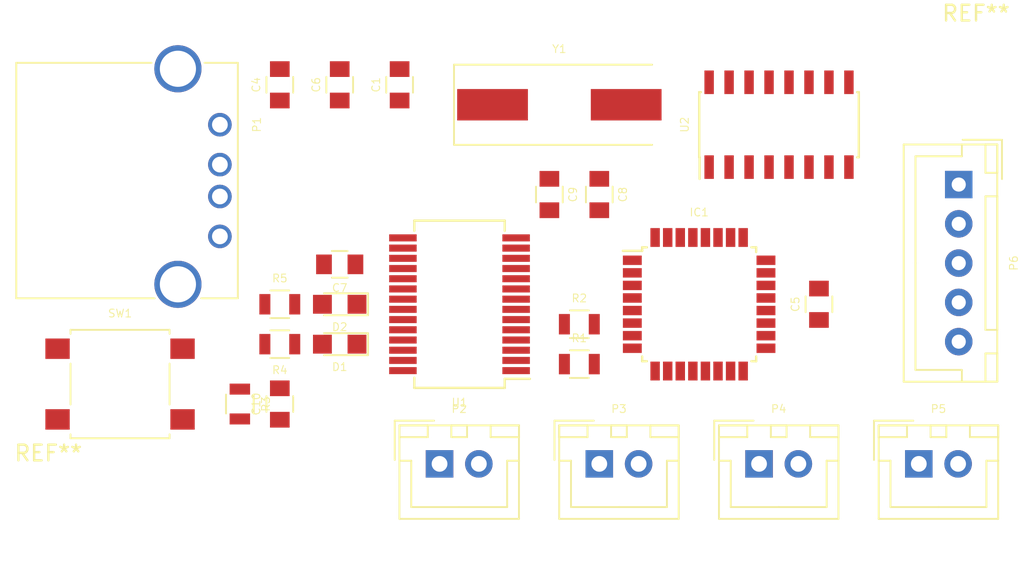
<source format=kicad_pcb>
(kicad_pcb (version 4) (host pcbnew 4.0.5)

  (general
    (links 70)
    (no_connects 70)
    (area 27.724999 26.225 93.275001 63.875)
    (thickness 1.6)
    (drawings 0)
    (tracks 0)
    (zones 0)
    (modules 28)
    (nets 31)
  )

  (page A4)
  (layers
    (0 F.Cu signal)
    (31 B.Cu signal)
    (32 B.Adhes user)
    (33 F.Adhes user)
    (34 B.Paste user)
    (35 F.Paste user)
    (36 B.SilkS user)
    (37 F.SilkS user)
    (38 B.Mask user)
    (39 F.Mask user)
    (40 Dwgs.User user)
    (41 Cmts.User user)
    (42 Eco1.User user)
    (43 Eco2.User user)
    (44 Edge.Cuts user)
    (45 Margin user)
    (46 B.CrtYd user hide)
    (47 F.CrtYd user)
    (48 B.Fab user)
    (49 F.Fab user hide)
  )

  (setup
    (last_trace_width 0.25)
    (trace_clearance 0.2)
    (zone_clearance 0.508)
    (zone_45_only no)
    (trace_min 0.2)
    (segment_width 0.2)
    (edge_width 0.15)
    (via_size 0.6)
    (via_drill 0.4)
    (via_min_size 0.4)
    (via_min_drill 0.3)
    (uvia_size 0.3)
    (uvia_drill 0.1)
    (uvias_allowed no)
    (uvia_min_size 0.2)
    (uvia_min_drill 0.1)
    (pcb_text_width 0.3)
    (pcb_text_size 1.5 1.5)
    (mod_edge_width 0.15)
    (mod_text_size 0.5 0.5)
    (mod_text_width 0.0625)
    (pad_size 1.524 1.524)
    (pad_drill 0.762)
    (pad_to_mask_clearance 0.2)
    (aux_axis_origin 0 0)
    (visible_elements 7FFFFFFF)
    (pcbplotparams
      (layerselection 0x00030_80000001)
      (usegerberextensions false)
      (excludeedgelayer true)
      (linewidth 0.100000)
      (plotframeref false)
      (viasonmask false)
      (mode 1)
      (useauxorigin false)
      (hpglpennumber 1)
      (hpglpenspeed 20)
      (hpglpendiameter 15)
      (hpglpenoverlay 2)
      (psnegative false)
      (psa4output false)
      (plotreference true)
      (plotvalue true)
      (plotinvisibletext false)
      (padsonsilk false)
      (subtractmaskfromsilk false)
      (outputformat 1)
      (mirror false)
      (drillshape 1)
      (scaleselection 1)
      (outputdirectory ""))
  )

  (net 0 "")
  (net 1 +5V)
  (net 2 GND)
  (net 3 "Net-(C5-Pad1)")
  (net 4 +3V3)
  (net 5 "Net-(C8-Pad2)")
  (net 6 "Net-(C9-Pad2)")
  (net 7 RESET)
  (net 8 "Net-(C10-Pad2)")
  (net 9 "Net-(D1-Pad2)")
  (net 10 "Net-(D1-Pad1)")
  (net 11 "Net-(D2-Pad2)")
  (net 12 "Net-(D2-Pad1)")
  (net 13 LASER_1)
  (net 14 LASER_2)
  (net 15 LASER_3)
  (net 16 LASER_4)
  (net 17 TX)
  (net 18 RX)
  (net 19 USBDP)
  (net 20 USBDM)
  (net 21 "Net-(P6-Pad1)")
  (net 22 "Net-(P6-Pad2)")
  (net 23 "Net-(P6-Pad3)")
  (net 24 "Net-(P6-Pad4)")
  (net 25 "Net-(R1-Pad1)")
  (net 26 "Net-(R2-Pad1)")
  (net 27 MC4)
  (net 28 MC3)
  (net 29 MC2)
  (net 30 MC1)

  (net_class Default "Ceci est la Netclass par défaut"
    (clearance 0.2)
    (trace_width 0.25)
    (via_dia 0.6)
    (via_drill 0.4)
    (uvia_dia 0.3)
    (uvia_drill 0.1)
    (add_net +3V3)
    (add_net +5V)
    (add_net GND)
    (add_net LASER_1)
    (add_net LASER_2)
    (add_net LASER_3)
    (add_net LASER_4)
    (add_net MC1)
    (add_net MC2)
    (add_net MC3)
    (add_net MC4)
    (add_net "Net-(C10-Pad2)")
    (add_net "Net-(C5-Pad1)")
    (add_net "Net-(C8-Pad2)")
    (add_net "Net-(C9-Pad2)")
    (add_net "Net-(D1-Pad1)")
    (add_net "Net-(D1-Pad2)")
    (add_net "Net-(D2-Pad1)")
    (add_net "Net-(D2-Pad2)")
    (add_net "Net-(P6-Pad1)")
    (add_net "Net-(P6-Pad2)")
    (add_net "Net-(P6-Pad3)")
    (add_net "Net-(P6-Pad4)")
    (add_net "Net-(R1-Pad1)")
    (add_net "Net-(R2-Pad1)")
    (add_net RESET)
    (add_net RX)
    (add_net TX)
    (add_net USBDM)
    (add_net USBDP)
  )

  (module Mounting_Holes:MountingHole_3.2mm_M3_DIN965 (layer F.Cu) (tedit 58D011B3) (tstamp 58D00013)
    (at 90 31)
    (descr "Mounting Hole 3.2mm, no annular, M3, DIN965")
    (tags "mounting hole 3.2mm no annular m3 din965")
    (fp_text reference REF** (at 0 -3.8) (layer F.SilkS)
      (effects (font (size 1 1) (thickness 0.15)))
    )
    (fp_text value M3 (at 0 3.8) (layer F.Fab)
      (effects (font (size 1 1) (thickness 0.15)))
    )
    (fp_circle (center 0 0) (end 2.8 0) (layer Cmts.User) (width 0.15))
    (fp_circle (center 0 0) (end 3.05 0) (layer F.CrtYd) (width 0.05))
    (pad 1 np_thru_hole circle (at 0 0) (size 3.2 3.2) (drill 3.2) (layers *.Cu *.Mask))
  )

  (module Capacitors_SMD:C_0805 placed (layer F.Cu) (tedit 58AA8463) (tstamp 58C5B87F)
    (at 53.34 31.75 90)
    (descr "Capacitor SMD 0805, reflow soldering, AVX (see smccp.pdf)")
    (tags "capacitor 0805")
    (path /58C45C54)
    (attr smd)
    (fp_text reference C1 (at 0 -1.5 90) (layer F.SilkS)
      (effects (font (size 0.5 0.5) (thickness 0.0625)))
    )
    (fp_text value 100nF (at 0 1.75 90) (layer F.Fab)
      (effects (font (size 0.5 0.5) (thickness 0.0625)))
    )
    (fp_text user %R (at 0 -1.5 90) (layer F.Fab)
      (effects (font (size 1 1) (thickness 0.15)))
    )
    (fp_line (start -1 0.62) (end -1 -0.62) (layer F.Fab) (width 0.1))
    (fp_line (start 1 0.62) (end -1 0.62) (layer F.Fab) (width 0.1))
    (fp_line (start 1 -0.62) (end 1 0.62) (layer F.Fab) (width 0.1))
    (fp_line (start -1 -0.62) (end 1 -0.62) (layer F.Fab) (width 0.1))
    (fp_line (start 0.5 -0.85) (end -0.5 -0.85) (layer F.SilkS) (width 0.12))
    (fp_line (start -0.5 0.85) (end 0.5 0.85) (layer F.SilkS) (width 0.12))
    (fp_line (start -1.75 -0.88) (end 1.75 -0.88) (layer F.CrtYd) (width 0.05))
    (fp_line (start -1.75 -0.88) (end -1.75 0.87) (layer F.CrtYd) (width 0.05))
    (fp_line (start 1.75 0.87) (end 1.75 -0.88) (layer F.CrtYd) (width 0.05))
    (fp_line (start 1.75 0.87) (end -1.75 0.87) (layer F.CrtYd) (width 0.05))
    (pad 1 smd rect (at -1 0 90) (size 1 1.25) (layers F.Cu F.Paste F.Mask)
      (net 1 +5V))
    (pad 2 smd rect (at 1 0 90) (size 1 1.25) (layers F.Cu F.Paste F.Mask)
      (net 2 GND))
    (model Capacitors_SMD.3dshapes/C_0805.wrl
      (at (xyz 0 0 0))
      (scale (xyz 1 1 1))
      (rotate (xyz 0 0 0))
    )
  )

  (module Capacitors_SMD:C_0805 placed (layer F.Cu) (tedit 58AA8463) (tstamp 58C5B891)
    (at 45.72 31.75 90)
    (descr "Capacitor SMD 0805, reflow soldering, AVX (see smccp.pdf)")
    (tags "capacitor 0805")
    (path /58C45D3F)
    (attr smd)
    (fp_text reference C4 (at 0 -1.5 90) (layer F.SilkS)
      (effects (font (size 0.5 0.5) (thickness 0.0625)))
    )
    (fp_text value 4.7uF (at 0 1.75 90) (layer F.Fab)
      (effects (font (size 0.5 0.5) (thickness 0.0625)))
    )
    (fp_text user %R (at 0 -1.5 90) (layer F.Fab)
      (effects (font (size 1 1) (thickness 0.15)))
    )
    (fp_line (start -1 0.62) (end -1 -0.62) (layer F.Fab) (width 0.1))
    (fp_line (start 1 0.62) (end -1 0.62) (layer F.Fab) (width 0.1))
    (fp_line (start 1 -0.62) (end 1 0.62) (layer F.Fab) (width 0.1))
    (fp_line (start -1 -0.62) (end 1 -0.62) (layer F.Fab) (width 0.1))
    (fp_line (start 0.5 -0.85) (end -0.5 -0.85) (layer F.SilkS) (width 0.12))
    (fp_line (start -0.5 0.85) (end 0.5 0.85) (layer F.SilkS) (width 0.12))
    (fp_line (start -1.75 -0.88) (end 1.75 -0.88) (layer F.CrtYd) (width 0.05))
    (fp_line (start -1.75 -0.88) (end -1.75 0.87) (layer F.CrtYd) (width 0.05))
    (fp_line (start 1.75 0.87) (end 1.75 -0.88) (layer F.CrtYd) (width 0.05))
    (fp_line (start 1.75 0.87) (end -1.75 0.87) (layer F.CrtYd) (width 0.05))
    (pad 1 smd rect (at -1 0 90) (size 1 1.25) (layers F.Cu F.Paste F.Mask)
      (net 1 +5V))
    (pad 2 smd rect (at 1 0 90) (size 1 1.25) (layers F.Cu F.Paste F.Mask)
      (net 2 GND))
    (model Capacitors_SMD.3dshapes/C_0805.wrl
      (at (xyz 0 0 0))
      (scale (xyz 1 1 1))
      (rotate (xyz 0 0 0))
    )
  )

  (module Capacitors_SMD:C_0805 placed (layer F.Cu) (tedit 58AA8463) (tstamp 58C5B897)
    (at 80.01 45.72 90)
    (descr "Capacitor SMD 0805, reflow soldering, AVX (see smccp.pdf)")
    (tags "capacitor 0805")
    (path /58C54167)
    (attr smd)
    (fp_text reference C5 (at 0 -1.5 90) (layer F.SilkS)
      (effects (font (size 0.5 0.5) (thickness 0.0625)))
    )
    (fp_text value 0.1uF (at 0 1.75 90) (layer F.Fab)
      (effects (font (size 0.5 0.5) (thickness 0.0625)))
    )
    (fp_text user %R (at 0 -1.5 90) (layer F.Fab)
      (effects (font (size 1 1) (thickness 0.15)))
    )
    (fp_line (start -1 0.62) (end -1 -0.62) (layer F.Fab) (width 0.1))
    (fp_line (start 1 0.62) (end -1 0.62) (layer F.Fab) (width 0.1))
    (fp_line (start 1 -0.62) (end 1 0.62) (layer F.Fab) (width 0.1))
    (fp_line (start -1 -0.62) (end 1 -0.62) (layer F.Fab) (width 0.1))
    (fp_line (start 0.5 -0.85) (end -0.5 -0.85) (layer F.SilkS) (width 0.12))
    (fp_line (start -0.5 0.85) (end 0.5 0.85) (layer F.SilkS) (width 0.12))
    (fp_line (start -1.75 -0.88) (end 1.75 -0.88) (layer F.CrtYd) (width 0.05))
    (fp_line (start -1.75 -0.88) (end -1.75 0.87) (layer F.CrtYd) (width 0.05))
    (fp_line (start 1.75 0.87) (end 1.75 -0.88) (layer F.CrtYd) (width 0.05))
    (fp_line (start 1.75 0.87) (end -1.75 0.87) (layer F.CrtYd) (width 0.05))
    (pad 1 smd rect (at -1 0 90) (size 1 1.25) (layers F.Cu F.Paste F.Mask)
      (net 3 "Net-(C5-Pad1)"))
    (pad 2 smd rect (at 1 0 90) (size 1 1.25) (layers F.Cu F.Paste F.Mask)
      (net 2 GND))
    (model Capacitors_SMD.3dshapes/C_0805.wrl
      (at (xyz 0 0 0))
      (scale (xyz 1 1 1))
      (rotate (xyz 0 0 0))
    )
  )

  (module Capacitors_SMD:C_0805 placed (layer F.Cu) (tedit 58AA8463) (tstamp 58C5B89D)
    (at 49.53 31.75 90)
    (descr "Capacitor SMD 0805, reflow soldering, AVX (see smccp.pdf)")
    (tags "capacitor 0805")
    (path /58C58EB6)
    (attr smd)
    (fp_text reference C6 (at 0 -1.5 90) (layer F.SilkS)
      (effects (font (size 0.5 0.5) (thickness 0.0625)))
    )
    (fp_text value 10nF (at 0 1.75 90) (layer F.Fab)
      (effects (font (size 0.5 0.5) (thickness 0.0625)))
    )
    (fp_text user %R (at 0 -1.5 90) (layer F.Fab)
      (effects (font (size 1 1) (thickness 0.15)))
    )
    (fp_line (start -1 0.62) (end -1 -0.62) (layer F.Fab) (width 0.1))
    (fp_line (start 1 0.62) (end -1 0.62) (layer F.Fab) (width 0.1))
    (fp_line (start 1 -0.62) (end 1 0.62) (layer F.Fab) (width 0.1))
    (fp_line (start -1 -0.62) (end 1 -0.62) (layer F.Fab) (width 0.1))
    (fp_line (start 0.5 -0.85) (end -0.5 -0.85) (layer F.SilkS) (width 0.12))
    (fp_line (start -0.5 0.85) (end 0.5 0.85) (layer F.SilkS) (width 0.12))
    (fp_line (start -1.75 -0.88) (end 1.75 -0.88) (layer F.CrtYd) (width 0.05))
    (fp_line (start -1.75 -0.88) (end -1.75 0.87) (layer F.CrtYd) (width 0.05))
    (fp_line (start 1.75 0.87) (end 1.75 -0.88) (layer F.CrtYd) (width 0.05))
    (fp_line (start 1.75 0.87) (end -1.75 0.87) (layer F.CrtYd) (width 0.05))
    (pad 1 smd rect (at -1 0 90) (size 1 1.25) (layers F.Cu F.Paste F.Mask)
      (net 1 +5V))
    (pad 2 smd rect (at 1 0 90) (size 1 1.25) (layers F.Cu F.Paste F.Mask)
      (net 2 GND))
    (model Capacitors_SMD.3dshapes/C_0805.wrl
      (at (xyz 0 0 0))
      (scale (xyz 1 1 1))
      (rotate (xyz 0 0 0))
    )
  )

  (module Capacitors_SMD:C_0805 placed (layer F.Cu) (tedit 58AA8463) (tstamp 58C5B8A3)
    (at 49.53 43.18 180)
    (descr "Capacitor SMD 0805, reflow soldering, AVX (see smccp.pdf)")
    (tags "capacitor 0805")
    (path /58C456DB)
    (attr smd)
    (fp_text reference C7 (at 0 -1.5 180) (layer F.SilkS)
      (effects (font (size 0.5 0.5) (thickness 0.0625)))
    )
    (fp_text value 100nF (at 0 1.75 180) (layer F.Fab)
      (effects (font (size 0.5 0.5) (thickness 0.0625)))
    )
    (fp_text user %R (at 0 -1.5 180) (layer F.Fab)
      (effects (font (size 1 1) (thickness 0.15)))
    )
    (fp_line (start -1 0.62) (end -1 -0.62) (layer F.Fab) (width 0.1))
    (fp_line (start 1 0.62) (end -1 0.62) (layer F.Fab) (width 0.1))
    (fp_line (start 1 -0.62) (end 1 0.62) (layer F.Fab) (width 0.1))
    (fp_line (start -1 -0.62) (end 1 -0.62) (layer F.Fab) (width 0.1))
    (fp_line (start 0.5 -0.85) (end -0.5 -0.85) (layer F.SilkS) (width 0.12))
    (fp_line (start -0.5 0.85) (end 0.5 0.85) (layer F.SilkS) (width 0.12))
    (fp_line (start -1.75 -0.88) (end 1.75 -0.88) (layer F.CrtYd) (width 0.05))
    (fp_line (start -1.75 -0.88) (end -1.75 0.87) (layer F.CrtYd) (width 0.05))
    (fp_line (start 1.75 0.87) (end 1.75 -0.88) (layer F.CrtYd) (width 0.05))
    (fp_line (start 1.75 0.87) (end -1.75 0.87) (layer F.CrtYd) (width 0.05))
    (pad 1 smd rect (at -1 0 180) (size 1 1.25) (layers F.Cu F.Paste F.Mask)
      (net 4 +3V3))
    (pad 2 smd rect (at 1 0 180) (size 1 1.25) (layers F.Cu F.Paste F.Mask)
      (net 2 GND))
    (model Capacitors_SMD.3dshapes/C_0805.wrl
      (at (xyz 0 0 0))
      (scale (xyz 1 1 1))
      (rotate (xyz 0 0 0))
    )
  )

  (module Capacitors_SMD:C_0805 placed (layer F.Cu) (tedit 58AA8463) (tstamp 58C5B8A9)
    (at 66.04 38.735 270)
    (descr "Capacitor SMD 0805, reflow soldering, AVX (see smccp.pdf)")
    (tags "capacitor 0805")
    (path /58C5047A)
    (attr smd)
    (fp_text reference C8 (at 0 -1.5 270) (layer F.SilkS)
      (effects (font (size 0.5 0.5) (thickness 0.0625)))
    )
    (fp_text value 22pF (at 0 1.75 270) (layer F.Fab)
      (effects (font (size 0.5 0.5) (thickness 0.0625)))
    )
    (fp_text user %R (at 0 -1.5 270) (layer F.Fab)
      (effects (font (size 1 1) (thickness 0.15)))
    )
    (fp_line (start -1 0.62) (end -1 -0.62) (layer F.Fab) (width 0.1))
    (fp_line (start 1 0.62) (end -1 0.62) (layer F.Fab) (width 0.1))
    (fp_line (start 1 -0.62) (end 1 0.62) (layer F.Fab) (width 0.1))
    (fp_line (start -1 -0.62) (end 1 -0.62) (layer F.Fab) (width 0.1))
    (fp_line (start 0.5 -0.85) (end -0.5 -0.85) (layer F.SilkS) (width 0.12))
    (fp_line (start -0.5 0.85) (end 0.5 0.85) (layer F.SilkS) (width 0.12))
    (fp_line (start -1.75 -0.88) (end 1.75 -0.88) (layer F.CrtYd) (width 0.05))
    (fp_line (start -1.75 -0.88) (end -1.75 0.87) (layer F.CrtYd) (width 0.05))
    (fp_line (start 1.75 0.87) (end 1.75 -0.88) (layer F.CrtYd) (width 0.05))
    (fp_line (start 1.75 0.87) (end -1.75 0.87) (layer F.CrtYd) (width 0.05))
    (pad 1 smd rect (at -1 0 270) (size 1 1.25) (layers F.Cu F.Paste F.Mask)
      (net 2 GND))
    (pad 2 smd rect (at 1 0 270) (size 1 1.25) (layers F.Cu F.Paste F.Mask)
      (net 5 "Net-(C8-Pad2)"))
    (model Capacitors_SMD.3dshapes/C_0805.wrl
      (at (xyz 0 0 0))
      (scale (xyz 1 1 1))
      (rotate (xyz 0 0 0))
    )
  )

  (module Capacitors_SMD:C_0805 placed (layer F.Cu) (tedit 58AA8463) (tstamp 58C5B8AF)
    (at 62.865 38.735 270)
    (descr "Capacitor SMD 0805, reflow soldering, AVX (see smccp.pdf)")
    (tags "capacitor 0805")
    (path /58C50548)
    (attr smd)
    (fp_text reference C9 (at 0 -1.5 270) (layer F.SilkS)
      (effects (font (size 0.5 0.5) (thickness 0.0625)))
    )
    (fp_text value 22pF (at 0 1.75 270) (layer F.Fab)
      (effects (font (size 0.5 0.5) (thickness 0.0625)))
    )
    (fp_text user %R (at 0 -1.5 270) (layer F.Fab)
      (effects (font (size 1 1) (thickness 0.15)))
    )
    (fp_line (start -1 0.62) (end -1 -0.62) (layer F.Fab) (width 0.1))
    (fp_line (start 1 0.62) (end -1 0.62) (layer F.Fab) (width 0.1))
    (fp_line (start 1 -0.62) (end 1 0.62) (layer F.Fab) (width 0.1))
    (fp_line (start -1 -0.62) (end 1 -0.62) (layer F.Fab) (width 0.1))
    (fp_line (start 0.5 -0.85) (end -0.5 -0.85) (layer F.SilkS) (width 0.12))
    (fp_line (start -0.5 0.85) (end 0.5 0.85) (layer F.SilkS) (width 0.12))
    (fp_line (start -1.75 -0.88) (end 1.75 -0.88) (layer F.CrtYd) (width 0.05))
    (fp_line (start -1.75 -0.88) (end -1.75 0.87) (layer F.CrtYd) (width 0.05))
    (fp_line (start 1.75 0.87) (end 1.75 -0.88) (layer F.CrtYd) (width 0.05))
    (fp_line (start 1.75 0.87) (end -1.75 0.87) (layer F.CrtYd) (width 0.05))
    (pad 1 smd rect (at -1 0 270) (size 1 1.25) (layers F.Cu F.Paste F.Mask)
      (net 2 GND))
    (pad 2 smd rect (at 1 0 270) (size 1 1.25) (layers F.Cu F.Paste F.Mask)
      (net 6 "Net-(C9-Pad2)"))
    (model Capacitors_SMD.3dshapes/C_0805.wrl
      (at (xyz 0 0 0))
      (scale (xyz 1 1 1))
      (rotate (xyz 0 0 0))
    )
  )

  (module Capacitors_SMD:C_0805 placed (layer F.Cu) (tedit 58AA8463) (tstamp 58C5B8B5)
    (at 45.72 52.07 90)
    (descr "Capacitor SMD 0805, reflow soldering, AVX (see smccp.pdf)")
    (tags "capacitor 0805")
    (path /58C4693C)
    (attr smd)
    (fp_text reference C10 (at 0 -1.5 90) (layer F.SilkS)
      (effects (font (size 0.5 0.5) (thickness 0.0625)))
    )
    (fp_text value 100nF (at 0 1.75 90) (layer F.Fab)
      (effects (font (size 0.5 0.5) (thickness 0.0625)))
    )
    (fp_text user %R (at 0 -1.5 90) (layer F.Fab)
      (effects (font (size 1 1) (thickness 0.15)))
    )
    (fp_line (start -1 0.62) (end -1 -0.62) (layer F.Fab) (width 0.1))
    (fp_line (start 1 0.62) (end -1 0.62) (layer F.Fab) (width 0.1))
    (fp_line (start 1 -0.62) (end 1 0.62) (layer F.Fab) (width 0.1))
    (fp_line (start -1 -0.62) (end 1 -0.62) (layer F.Fab) (width 0.1))
    (fp_line (start 0.5 -0.85) (end -0.5 -0.85) (layer F.SilkS) (width 0.12))
    (fp_line (start -0.5 0.85) (end 0.5 0.85) (layer F.SilkS) (width 0.12))
    (fp_line (start -1.75 -0.88) (end 1.75 -0.88) (layer F.CrtYd) (width 0.05))
    (fp_line (start -1.75 -0.88) (end -1.75 0.87) (layer F.CrtYd) (width 0.05))
    (fp_line (start 1.75 0.87) (end 1.75 -0.88) (layer F.CrtYd) (width 0.05))
    (fp_line (start 1.75 0.87) (end -1.75 0.87) (layer F.CrtYd) (width 0.05))
    (pad 1 smd rect (at -1 0 90) (size 1 1.25) (layers F.Cu F.Paste F.Mask)
      (net 7 RESET))
    (pad 2 smd rect (at 1 0 90) (size 1 1.25) (layers F.Cu F.Paste F.Mask)
      (net 8 "Net-(C10-Pad2)"))
    (model Capacitors_SMD.3dshapes/C_0805.wrl
      (at (xyz 0 0 0))
      (scale (xyz 1 1 1))
      (rotate (xyz 0 0 0))
    )
  )

  (module LEDs:LED_0805 placed (layer F.Cu) (tedit 57FE93EC) (tstamp 58C5B8BB)
    (at 49.53 48.26 180)
    (descr "LED 0805 smd package")
    (tags "LED led 0805 SMD smd SMT smt smdled SMDLED smtled SMTLED")
    (path /58C41E38)
    (attr smd)
    (fp_text reference D1 (at 0 -1.45 180) (layer F.SilkS)
      (effects (font (size 0.5 0.5) (thickness 0.0625)))
    )
    (fp_text value RX (at 0 1.55 180) (layer F.Fab)
      (effects (font (size 0.5 0.5) (thickness 0.0625)))
    )
    (fp_line (start -1.8 -0.7) (end -1.8 0.7) (layer F.SilkS) (width 0.12))
    (fp_line (start -0.4 -0.4) (end -0.4 0.4) (layer F.Fab) (width 0.1))
    (fp_line (start -0.4 0) (end 0.2 -0.4) (layer F.Fab) (width 0.1))
    (fp_line (start 0.2 0.4) (end -0.4 0) (layer F.Fab) (width 0.1))
    (fp_line (start 0.2 -0.4) (end 0.2 0.4) (layer F.Fab) (width 0.1))
    (fp_line (start 1 0.6) (end -1 0.6) (layer F.Fab) (width 0.1))
    (fp_line (start 1 -0.6) (end 1 0.6) (layer F.Fab) (width 0.1))
    (fp_line (start -1 -0.6) (end 1 -0.6) (layer F.Fab) (width 0.1))
    (fp_line (start -1 0.6) (end -1 -0.6) (layer F.Fab) (width 0.1))
    (fp_line (start -1.8 0.7) (end 1 0.7) (layer F.SilkS) (width 0.12))
    (fp_line (start -1.8 -0.7) (end 1 -0.7) (layer F.SilkS) (width 0.12))
    (fp_line (start 1.95 -0.85) (end 1.95 0.85) (layer F.CrtYd) (width 0.05))
    (fp_line (start 1.95 0.85) (end -1.95 0.85) (layer F.CrtYd) (width 0.05))
    (fp_line (start -1.95 0.85) (end -1.95 -0.85) (layer F.CrtYd) (width 0.05))
    (fp_line (start -1.95 -0.85) (end 1.95 -0.85) (layer F.CrtYd) (width 0.05))
    (pad 2 smd rect (at 1.1 0) (size 1.2 1.2) (layers F.Cu F.Paste F.Mask)
      (net 9 "Net-(D1-Pad2)"))
    (pad 1 smd rect (at -1.1 0) (size 1.2 1.2) (layers F.Cu F.Paste F.Mask)
      (net 10 "Net-(D1-Pad1)"))
    (model LEDs.3dshapes/LED_0805.wrl
      (at (xyz 0 0 0))
      (scale (xyz 1 1 1))
      (rotate (xyz 0 0 180))
    )
  )

  (module LEDs:LED_0805 placed (layer F.Cu) (tedit 57FE93EC) (tstamp 58C5B8C1)
    (at 49.53 45.72 180)
    (descr "LED 0805 smd package")
    (tags "LED led 0805 SMD smd SMT smt smdled SMDLED smtled SMTLED")
    (path /58C41EAD)
    (attr smd)
    (fp_text reference D2 (at 0 -1.45 180) (layer F.SilkS)
      (effects (font (size 0.5 0.5) (thickness 0.0625)))
    )
    (fp_text value TX (at 0 1.55 180) (layer F.Fab)
      (effects (font (size 0.5 0.5) (thickness 0.0625)))
    )
    (fp_line (start -1.8 -0.7) (end -1.8 0.7) (layer F.SilkS) (width 0.12))
    (fp_line (start -0.4 -0.4) (end -0.4 0.4) (layer F.Fab) (width 0.1))
    (fp_line (start -0.4 0) (end 0.2 -0.4) (layer F.Fab) (width 0.1))
    (fp_line (start 0.2 0.4) (end -0.4 0) (layer F.Fab) (width 0.1))
    (fp_line (start 0.2 -0.4) (end 0.2 0.4) (layer F.Fab) (width 0.1))
    (fp_line (start 1 0.6) (end -1 0.6) (layer F.Fab) (width 0.1))
    (fp_line (start 1 -0.6) (end 1 0.6) (layer F.Fab) (width 0.1))
    (fp_line (start -1 -0.6) (end 1 -0.6) (layer F.Fab) (width 0.1))
    (fp_line (start -1 0.6) (end -1 -0.6) (layer F.Fab) (width 0.1))
    (fp_line (start -1.8 0.7) (end 1 0.7) (layer F.SilkS) (width 0.12))
    (fp_line (start -1.8 -0.7) (end 1 -0.7) (layer F.SilkS) (width 0.12))
    (fp_line (start 1.95 -0.85) (end 1.95 0.85) (layer F.CrtYd) (width 0.05))
    (fp_line (start 1.95 0.85) (end -1.95 0.85) (layer F.CrtYd) (width 0.05))
    (fp_line (start -1.95 0.85) (end -1.95 -0.85) (layer F.CrtYd) (width 0.05))
    (fp_line (start -1.95 -0.85) (end 1.95 -0.85) (layer F.CrtYd) (width 0.05))
    (pad 2 smd rect (at 1.1 0) (size 1.2 1.2) (layers F.Cu F.Paste F.Mask)
      (net 11 "Net-(D2-Pad2)"))
    (pad 1 smd rect (at -1.1 0) (size 1.2 1.2) (layers F.Cu F.Paste F.Mask)
      (net 12 "Net-(D2-Pad1)"))
    (model LEDs.3dshapes/LED_0805.wrl
      (at (xyz 0 0 0))
      (scale (xyz 1 1 1))
      (rotate (xyz 0 0 180))
    )
  )

  (module Housings_QFP:LQFP-32_7x7mm_Pitch0.8mm placed (layer F.Cu) (tedit 54130A77) (tstamp 58C5B8E5)
    (at 72.39 45.72)
    (descr "LQFP32: plastic low profile quad flat package; 32 leads; body 7 x 7 x 1.4 mm (see NXP sot358-1_po.pdf and sot358-1_fr.pdf)")
    (tags "QFP 0.8")
    (path /58C3C7E8)
    (attr smd)
    (fp_text reference IC1 (at 0 -5.85) (layer F.SilkS)
      (effects (font (size 0.5 0.5) (thickness 0.0625)))
    )
    (fp_text value ATMEGA328P-A (at 0 5.85) (layer F.Fab)
      (effects (font (size 0.5 0.5) (thickness 0.0625)))
    )
    (fp_text user %R (at 0 0) (layer F.Fab)
      (effects (font (size 1 1) (thickness 0.15)))
    )
    (fp_line (start -2.5 -3.5) (end 3.5 -3.5) (layer F.Fab) (width 0.15))
    (fp_line (start 3.5 -3.5) (end 3.5 3.5) (layer F.Fab) (width 0.15))
    (fp_line (start 3.5 3.5) (end -3.5 3.5) (layer F.Fab) (width 0.15))
    (fp_line (start -3.5 3.5) (end -3.5 -2.5) (layer F.Fab) (width 0.15))
    (fp_line (start -3.5 -2.5) (end -2.5 -3.5) (layer F.Fab) (width 0.15))
    (fp_line (start -5.1 -5.1) (end -5.1 5.1) (layer F.CrtYd) (width 0.05))
    (fp_line (start 5.1 -5.1) (end 5.1 5.1) (layer F.CrtYd) (width 0.05))
    (fp_line (start -5.1 -5.1) (end 5.1 -5.1) (layer F.CrtYd) (width 0.05))
    (fp_line (start -5.1 5.1) (end 5.1 5.1) (layer F.CrtYd) (width 0.05))
    (fp_line (start -3.625 -3.625) (end -3.625 -3.4) (layer F.SilkS) (width 0.15))
    (fp_line (start 3.625 -3.625) (end 3.625 -3.325) (layer F.SilkS) (width 0.15))
    (fp_line (start 3.625 3.625) (end 3.625 3.325) (layer F.SilkS) (width 0.15))
    (fp_line (start -3.625 3.625) (end -3.625 3.325) (layer F.SilkS) (width 0.15))
    (fp_line (start -3.625 -3.625) (end -3.325 -3.625) (layer F.SilkS) (width 0.15))
    (fp_line (start -3.625 3.625) (end -3.325 3.625) (layer F.SilkS) (width 0.15))
    (fp_line (start 3.625 3.625) (end 3.325 3.625) (layer F.SilkS) (width 0.15))
    (fp_line (start 3.625 -3.625) (end 3.325 -3.625) (layer F.SilkS) (width 0.15))
    (fp_line (start -3.625 -3.4) (end -4.85 -3.4) (layer F.SilkS) (width 0.15))
    (pad 1 smd rect (at -4.25 -2.8) (size 1.2 0.6) (layers F.Cu F.Paste F.Mask))
    (pad 2 smd rect (at -4.25 -2) (size 1.2 0.6) (layers F.Cu F.Paste F.Mask))
    (pad 3 smd rect (at -4.25 -1.2) (size 1.2 0.6) (layers F.Cu F.Paste F.Mask)
      (net 2 GND))
    (pad 4 smd rect (at -4.25 -0.4) (size 1.2 0.6) (layers F.Cu F.Paste F.Mask)
      (net 1 +5V))
    (pad 5 smd rect (at -4.25 0.4) (size 1.2 0.6) (layers F.Cu F.Paste F.Mask)
      (net 2 GND))
    (pad 6 smd rect (at -4.25 1.2) (size 1.2 0.6) (layers F.Cu F.Paste F.Mask)
      (net 1 +5V))
    (pad 7 smd rect (at -4.25 2) (size 1.2 0.6) (layers F.Cu F.Paste F.Mask)
      (net 5 "Net-(C8-Pad2)"))
    (pad 8 smd rect (at -4.25 2.8) (size 1.2 0.6) (layers F.Cu F.Paste F.Mask)
      (net 6 "Net-(C9-Pad2)"))
    (pad 9 smd rect (at -2.8 4.25 90) (size 1.2 0.6) (layers F.Cu F.Paste F.Mask))
    (pad 10 smd rect (at -2 4.25 90) (size 1.2 0.6) (layers F.Cu F.Paste F.Mask))
    (pad 11 smd rect (at -1.2 4.25 90) (size 1.2 0.6) (layers F.Cu F.Paste F.Mask))
    (pad 12 smd rect (at -0.4 4.25 90) (size 1.2 0.6) (layers F.Cu F.Paste F.Mask)
      (net 13 LASER_1))
    (pad 13 smd rect (at 0.4 4.25 90) (size 1.2 0.6) (layers F.Cu F.Paste F.Mask)
      (net 14 LASER_2))
    (pad 14 smd rect (at 1.2 4.25 90) (size 1.2 0.6) (layers F.Cu F.Paste F.Mask)
      (net 15 LASER_3))
    (pad 15 smd rect (at 2 4.25 90) (size 1.2 0.6) (layers F.Cu F.Paste F.Mask)
      (net 16 LASER_4))
    (pad 16 smd rect (at 2.8 4.25 90) (size 1.2 0.6) (layers F.Cu F.Paste F.Mask))
    (pad 17 smd rect (at 4.25 2.8) (size 1.2 0.6) (layers F.Cu F.Paste F.Mask))
    (pad 18 smd rect (at 4.25 2) (size 1.2 0.6) (layers F.Cu F.Paste F.Mask)
      (net 1 +5V))
    (pad 19 smd rect (at 4.25 1.2) (size 1.2 0.6) (layers F.Cu F.Paste F.Mask))
    (pad 20 smd rect (at 4.25 0.4) (size 1.2 0.6) (layers F.Cu F.Paste F.Mask)
      (net 3 "Net-(C5-Pad1)"))
    (pad 21 smd rect (at 4.25 -0.4) (size 1.2 0.6) (layers F.Cu F.Paste F.Mask)
      (net 2 GND))
    (pad 22 smd rect (at 4.25 -1.2) (size 1.2 0.6) (layers F.Cu F.Paste F.Mask))
    (pad 23 smd rect (at 4.25 -2) (size 1.2 0.6) (layers F.Cu F.Paste F.Mask))
    (pad 24 smd rect (at 4.25 -2.8) (size 1.2 0.6) (layers F.Cu F.Paste F.Mask))
    (pad 25 smd rect (at 2.8 -4.25 90) (size 1.2 0.6) (layers F.Cu F.Paste F.Mask)
      (net 27 MC4))
    (pad 26 smd rect (at 2 -4.25 90) (size 1.2 0.6) (layers F.Cu F.Paste F.Mask)
      (net 28 MC3))
    (pad 27 smd rect (at 1.2 -4.25 90) (size 1.2 0.6) (layers F.Cu F.Paste F.Mask)
      (net 29 MC2))
    (pad 28 smd rect (at 0.4 -4.25 90) (size 1.2 0.6) (layers F.Cu F.Paste F.Mask)
      (net 30 MC1))
    (pad 29 smd rect (at -0.4 -4.25 90) (size 1.2 0.6) (layers F.Cu F.Paste F.Mask)
      (net 7 RESET))
    (pad 30 smd rect (at -1.2 -4.25 90) (size 1.2 0.6) (layers F.Cu F.Paste F.Mask)
      (net 17 TX))
    (pad 31 smd rect (at -2 -4.25 90) (size 1.2 0.6) (layers F.Cu F.Paste F.Mask)
      (net 18 RX))
    (pad 32 smd rect (at -2.8 -4.25 90) (size 1.2 0.6) (layers F.Cu F.Paste F.Mask))
    (model Housings_QFP.3dshapes/LQFP-32_7x7mm_Pitch0.8mm.wrl
      (at (xyz 0 0 0))
      (scale (xyz 1 1 1))
      (rotate (xyz 0 0 0))
    )
  )

  (module Connect:USB_A placed (layer F.Cu) (tedit 5543E289) (tstamp 58C5B8EF)
    (at 41.91 34.29 270)
    (descr "USB A connector")
    (tags "USB USB_A")
    (path /58C3CE8A)
    (fp_text reference P1 (at 0 -2.35 270) (layer F.SilkS)
      (effects (font (size 0.5 0.5) (thickness 0.0625)))
    )
    (fp_text value USB_A (at 3.84 7.44 270) (layer F.Fab)
      (effects (font (size 0.5 0.5) (thickness 0.0625)))
    )
    (fp_line (start -5.3 13.2) (end -5.3 -1.4) (layer F.CrtYd) (width 0.05))
    (fp_line (start 11.95 -1.4) (end 11.95 13.2) (layer F.CrtYd) (width 0.05))
    (fp_line (start -5.3 13.2) (end 11.95 13.2) (layer F.CrtYd) (width 0.05))
    (fp_line (start -5.3 -1.4) (end 11.95 -1.4) (layer F.CrtYd) (width 0.05))
    (fp_line (start 11.05 -1.14) (end 11.05 1.19) (layer F.SilkS) (width 0.12))
    (fp_line (start -3.94 -1.14) (end -3.94 0.98) (layer F.SilkS) (width 0.12))
    (fp_line (start 11.05 -1.14) (end -3.94 -1.14) (layer F.SilkS) (width 0.12))
    (fp_line (start 11.05 12.95) (end -3.94 12.95) (layer F.SilkS) (width 0.12))
    (fp_line (start 11.05 4.15) (end 11.05 12.95) (layer F.SilkS) (width 0.12))
    (fp_line (start -3.94 4.35) (end -3.94 12.95) (layer F.SilkS) (width 0.12))
    (pad 4 thru_hole circle (at 7.11 0 180) (size 1.5 1.5) (drill 1) (layers *.Cu *.Mask)
      (net 2 GND))
    (pad 3 thru_hole circle (at 4.57 0 180) (size 1.5 1.5) (drill 1) (layers *.Cu *.Mask)
      (net 19 USBDP))
    (pad 2 thru_hole circle (at 2.54 0 180) (size 1.5 1.5) (drill 1) (layers *.Cu *.Mask)
      (net 20 USBDM))
    (pad 1 thru_hole circle (at 0 0 180) (size 1.5 1.5) (drill 1) (layers *.Cu *.Mask)
      (net 1 +5V))
    (pad 5 thru_hole circle (at 10.16 2.67 180) (size 3 3) (drill 2.3) (layers *.Cu *.Mask)
      (net 2 GND))
    (pad 5 thru_hole circle (at -3.56 2.67 180) (size 3 3) (drill 2.3) (layers *.Cu *.Mask)
      (net 2 GND))
    (model Connectors.3dshapes/USB_A.wrl
      (at (xyz 0.14 0 0))
      (scale (xyz 1 1 1))
      (rotate (xyz 0 0 90))
    )
  )

  (module Connectors_JST:JST_XH_B02B-XH-A_02x2.50mm_Straight placed (layer F.Cu) (tedit 58A23614) (tstamp 58C5B8F5)
    (at 55.88 55.88)
    (descr "JST XH series connector, B02B-XH-A, top entry type, through hole")
    (tags "connector jst xh tht top vertical 2.50mm")
    (path /58C5BA3A)
    (fp_text reference P2 (at 1.25 -3.5) (layer F.SilkS)
      (effects (font (size 0.5 0.5) (thickness 0.0625)))
    )
    (fp_text value LASER_1 (at 1.25 4.5) (layer F.Fab)
      (effects (font (size 0.5 0.5) (thickness 0.0625)))
    )
    (fp_line (start -2.45 -2.35) (end -2.45 3.4) (layer F.Fab) (width 0.1))
    (fp_line (start -2.45 3.4) (end 4.95 3.4) (layer F.Fab) (width 0.1))
    (fp_line (start 4.95 3.4) (end 4.95 -2.35) (layer F.Fab) (width 0.1))
    (fp_line (start 4.95 -2.35) (end -2.45 -2.35) (layer F.Fab) (width 0.1))
    (fp_line (start -2.95 -2.85) (end -2.95 3.9) (layer F.CrtYd) (width 0.05))
    (fp_line (start -2.95 3.9) (end 5.45 3.9) (layer F.CrtYd) (width 0.05))
    (fp_line (start 5.45 3.9) (end 5.45 -2.85) (layer F.CrtYd) (width 0.05))
    (fp_line (start 5.45 -2.85) (end -2.95 -2.85) (layer F.CrtYd) (width 0.05))
    (fp_line (start -2.55 -2.45) (end -2.55 3.5) (layer F.SilkS) (width 0.12))
    (fp_line (start -2.55 3.5) (end 5.05 3.5) (layer F.SilkS) (width 0.12))
    (fp_line (start 5.05 3.5) (end 5.05 -2.45) (layer F.SilkS) (width 0.12))
    (fp_line (start 5.05 -2.45) (end -2.55 -2.45) (layer F.SilkS) (width 0.12))
    (fp_line (start 0.75 -2.45) (end 0.75 -1.7) (layer F.SilkS) (width 0.12))
    (fp_line (start 0.75 -1.7) (end 1.75 -1.7) (layer F.SilkS) (width 0.12))
    (fp_line (start 1.75 -1.7) (end 1.75 -2.45) (layer F.SilkS) (width 0.12))
    (fp_line (start 1.75 -2.45) (end 0.75 -2.45) (layer F.SilkS) (width 0.12))
    (fp_line (start -2.55 -2.45) (end -2.55 -1.7) (layer F.SilkS) (width 0.12))
    (fp_line (start -2.55 -1.7) (end -0.75 -1.7) (layer F.SilkS) (width 0.12))
    (fp_line (start -0.75 -1.7) (end -0.75 -2.45) (layer F.SilkS) (width 0.12))
    (fp_line (start -0.75 -2.45) (end -2.55 -2.45) (layer F.SilkS) (width 0.12))
    (fp_line (start 3.25 -2.45) (end 3.25 -1.7) (layer F.SilkS) (width 0.12))
    (fp_line (start 3.25 -1.7) (end 5.05 -1.7) (layer F.SilkS) (width 0.12))
    (fp_line (start 5.05 -1.7) (end 5.05 -2.45) (layer F.SilkS) (width 0.12))
    (fp_line (start 5.05 -2.45) (end 3.25 -2.45) (layer F.SilkS) (width 0.12))
    (fp_line (start -2.55 -0.2) (end -1.8 -0.2) (layer F.SilkS) (width 0.12))
    (fp_line (start -1.8 -0.2) (end -1.8 2.75) (layer F.SilkS) (width 0.12))
    (fp_line (start -1.8 2.75) (end 1.25 2.75) (layer F.SilkS) (width 0.12))
    (fp_line (start 5.05 -0.2) (end 4.3 -0.2) (layer F.SilkS) (width 0.12))
    (fp_line (start 4.3 -0.2) (end 4.3 2.75) (layer F.SilkS) (width 0.12))
    (fp_line (start 4.3 2.75) (end 1.25 2.75) (layer F.SilkS) (width 0.12))
    (fp_line (start -0.35 -2.75) (end -2.85 -2.75) (layer F.SilkS) (width 0.12))
    (fp_line (start -2.85 -2.75) (end -2.85 -0.25) (layer F.SilkS) (width 0.12))
    (fp_line (start -0.35 -2.75) (end -2.85 -2.75) (layer F.Fab) (width 0.1))
    (fp_line (start -2.85 -2.75) (end -2.85 -0.25) (layer F.Fab) (width 0.1))
    (fp_text user %R (at 1.25 2.5) (layer F.Fab)
      (effects (font (size 1 1) (thickness 0.15)))
    )
    (pad 1 thru_hole rect (at 0 0) (size 1.75 1.75) (drill 1) (layers *.Cu *.Mask)
      (net 13 LASER_1))
    (pad 2 thru_hole circle (at 2.5 0) (size 1.75 1.75) (drill 1) (layers *.Cu *.Mask)
      (net 2 GND))
    (model Connectors_JST.3dshapes/JST_XH_B02B-XH-A_02x2.50mm_Straight.wrl
      (at (xyz 0 0 0))
      (scale (xyz 1 1 1))
      (rotate (xyz 0 0 0))
    )
  )

  (module Connectors_JST:JST_XH_B02B-XH-A_02x2.50mm_Straight placed (layer F.Cu) (tedit 58A23614) (tstamp 58C5B8FB)
    (at 66.04 55.88)
    (descr "JST XH series connector, B02B-XH-A, top entry type, through hole")
    (tags "connector jst xh tht top vertical 2.50mm")
    (path /58C5BEE4)
    (fp_text reference P3 (at 1.25 -3.5) (layer F.SilkS)
      (effects (font (size 0.5 0.5) (thickness 0.0625)))
    )
    (fp_text value LASER_2 (at 1.25 4.5) (layer F.Fab)
      (effects (font (size 0.5 0.5) (thickness 0.0625)))
    )
    (fp_line (start -2.45 -2.35) (end -2.45 3.4) (layer F.Fab) (width 0.1))
    (fp_line (start -2.45 3.4) (end 4.95 3.4) (layer F.Fab) (width 0.1))
    (fp_line (start 4.95 3.4) (end 4.95 -2.35) (layer F.Fab) (width 0.1))
    (fp_line (start 4.95 -2.35) (end -2.45 -2.35) (layer F.Fab) (width 0.1))
    (fp_line (start -2.95 -2.85) (end -2.95 3.9) (layer F.CrtYd) (width 0.05))
    (fp_line (start -2.95 3.9) (end 5.45 3.9) (layer F.CrtYd) (width 0.05))
    (fp_line (start 5.45 3.9) (end 5.45 -2.85) (layer F.CrtYd) (width 0.05))
    (fp_line (start 5.45 -2.85) (end -2.95 -2.85) (layer F.CrtYd) (width 0.05))
    (fp_line (start -2.55 -2.45) (end -2.55 3.5) (layer F.SilkS) (width 0.12))
    (fp_line (start -2.55 3.5) (end 5.05 3.5) (layer F.SilkS) (width 0.12))
    (fp_line (start 5.05 3.5) (end 5.05 -2.45) (layer F.SilkS) (width 0.12))
    (fp_line (start 5.05 -2.45) (end -2.55 -2.45) (layer F.SilkS) (width 0.12))
    (fp_line (start 0.75 -2.45) (end 0.75 -1.7) (layer F.SilkS) (width 0.12))
    (fp_line (start 0.75 -1.7) (end 1.75 -1.7) (layer F.SilkS) (width 0.12))
    (fp_line (start 1.75 -1.7) (end 1.75 -2.45) (layer F.SilkS) (width 0.12))
    (fp_line (start 1.75 -2.45) (end 0.75 -2.45) (layer F.SilkS) (width 0.12))
    (fp_line (start -2.55 -2.45) (end -2.55 -1.7) (layer F.SilkS) (width 0.12))
    (fp_line (start -2.55 -1.7) (end -0.75 -1.7) (layer F.SilkS) (width 0.12))
    (fp_line (start -0.75 -1.7) (end -0.75 -2.45) (layer F.SilkS) (width 0.12))
    (fp_line (start -0.75 -2.45) (end -2.55 -2.45) (layer F.SilkS) (width 0.12))
    (fp_line (start 3.25 -2.45) (end 3.25 -1.7) (layer F.SilkS) (width 0.12))
    (fp_line (start 3.25 -1.7) (end 5.05 -1.7) (layer F.SilkS) (width 0.12))
    (fp_line (start 5.05 -1.7) (end 5.05 -2.45) (layer F.SilkS) (width 0.12))
    (fp_line (start 5.05 -2.45) (end 3.25 -2.45) (layer F.SilkS) (width 0.12))
    (fp_line (start -2.55 -0.2) (end -1.8 -0.2) (layer F.SilkS) (width 0.12))
    (fp_line (start -1.8 -0.2) (end -1.8 2.75) (layer F.SilkS) (width 0.12))
    (fp_line (start -1.8 2.75) (end 1.25 2.75) (layer F.SilkS) (width 0.12))
    (fp_line (start 5.05 -0.2) (end 4.3 -0.2) (layer F.SilkS) (width 0.12))
    (fp_line (start 4.3 -0.2) (end 4.3 2.75) (layer F.SilkS) (width 0.12))
    (fp_line (start 4.3 2.75) (end 1.25 2.75) (layer F.SilkS) (width 0.12))
    (fp_line (start -0.35 -2.75) (end -2.85 -2.75) (layer F.SilkS) (width 0.12))
    (fp_line (start -2.85 -2.75) (end -2.85 -0.25) (layer F.SilkS) (width 0.12))
    (fp_line (start -0.35 -2.75) (end -2.85 -2.75) (layer F.Fab) (width 0.1))
    (fp_line (start -2.85 -2.75) (end -2.85 -0.25) (layer F.Fab) (width 0.1))
    (fp_text user %R (at 1.25 2.5) (layer F.Fab)
      (effects (font (size 1 1) (thickness 0.15)))
    )
    (pad 1 thru_hole rect (at 0 0) (size 1.75 1.75) (drill 1) (layers *.Cu *.Mask)
      (net 14 LASER_2))
    (pad 2 thru_hole circle (at 2.5 0) (size 1.75 1.75) (drill 1) (layers *.Cu *.Mask)
      (net 2 GND))
    (model Connectors_JST.3dshapes/JST_XH_B02B-XH-A_02x2.50mm_Straight.wrl
      (at (xyz 0 0 0))
      (scale (xyz 1 1 1))
      (rotate (xyz 0 0 0))
    )
  )

  (module Connectors_JST:JST_XH_B02B-XH-A_02x2.50mm_Straight placed (layer F.Cu) (tedit 58A23614) (tstamp 58C5B901)
    (at 76.2 55.88)
    (descr "JST XH series connector, B02B-XH-A, top entry type, through hole")
    (tags "connector jst xh tht top vertical 2.50mm")
    (path /58C5BF4A)
    (fp_text reference P4 (at 1.25 -3.5) (layer F.SilkS)
      (effects (font (size 0.5 0.5) (thickness 0.0625)))
    )
    (fp_text value LASER_3 (at 1.25 4.5) (layer F.Fab)
      (effects (font (size 0.5 0.5) (thickness 0.0625)))
    )
    (fp_line (start -2.45 -2.35) (end -2.45 3.4) (layer F.Fab) (width 0.1))
    (fp_line (start -2.45 3.4) (end 4.95 3.4) (layer F.Fab) (width 0.1))
    (fp_line (start 4.95 3.4) (end 4.95 -2.35) (layer F.Fab) (width 0.1))
    (fp_line (start 4.95 -2.35) (end -2.45 -2.35) (layer F.Fab) (width 0.1))
    (fp_line (start -2.95 -2.85) (end -2.95 3.9) (layer F.CrtYd) (width 0.05))
    (fp_line (start -2.95 3.9) (end 5.45 3.9) (layer F.CrtYd) (width 0.05))
    (fp_line (start 5.45 3.9) (end 5.45 -2.85) (layer F.CrtYd) (width 0.05))
    (fp_line (start 5.45 -2.85) (end -2.95 -2.85) (layer F.CrtYd) (width 0.05))
    (fp_line (start -2.55 -2.45) (end -2.55 3.5) (layer F.SilkS) (width 0.12))
    (fp_line (start -2.55 3.5) (end 5.05 3.5) (layer F.SilkS) (width 0.12))
    (fp_line (start 5.05 3.5) (end 5.05 -2.45) (layer F.SilkS) (width 0.12))
    (fp_line (start 5.05 -2.45) (end -2.55 -2.45) (layer F.SilkS) (width 0.12))
    (fp_line (start 0.75 -2.45) (end 0.75 -1.7) (layer F.SilkS) (width 0.12))
    (fp_line (start 0.75 -1.7) (end 1.75 -1.7) (layer F.SilkS) (width 0.12))
    (fp_line (start 1.75 -1.7) (end 1.75 -2.45) (layer F.SilkS) (width 0.12))
    (fp_line (start 1.75 -2.45) (end 0.75 -2.45) (layer F.SilkS) (width 0.12))
    (fp_line (start -2.55 -2.45) (end -2.55 -1.7) (layer F.SilkS) (width 0.12))
    (fp_line (start -2.55 -1.7) (end -0.75 -1.7) (layer F.SilkS) (width 0.12))
    (fp_line (start -0.75 -1.7) (end -0.75 -2.45) (layer F.SilkS) (width 0.12))
    (fp_line (start -0.75 -2.45) (end -2.55 -2.45) (layer F.SilkS) (width 0.12))
    (fp_line (start 3.25 -2.45) (end 3.25 -1.7) (layer F.SilkS) (width 0.12))
    (fp_line (start 3.25 -1.7) (end 5.05 -1.7) (layer F.SilkS) (width 0.12))
    (fp_line (start 5.05 -1.7) (end 5.05 -2.45) (layer F.SilkS) (width 0.12))
    (fp_line (start 5.05 -2.45) (end 3.25 -2.45) (layer F.SilkS) (width 0.12))
    (fp_line (start -2.55 -0.2) (end -1.8 -0.2) (layer F.SilkS) (width 0.12))
    (fp_line (start -1.8 -0.2) (end -1.8 2.75) (layer F.SilkS) (width 0.12))
    (fp_line (start -1.8 2.75) (end 1.25 2.75) (layer F.SilkS) (width 0.12))
    (fp_line (start 5.05 -0.2) (end 4.3 -0.2) (layer F.SilkS) (width 0.12))
    (fp_line (start 4.3 -0.2) (end 4.3 2.75) (layer F.SilkS) (width 0.12))
    (fp_line (start 4.3 2.75) (end 1.25 2.75) (layer F.SilkS) (width 0.12))
    (fp_line (start -0.35 -2.75) (end -2.85 -2.75) (layer F.SilkS) (width 0.12))
    (fp_line (start -2.85 -2.75) (end -2.85 -0.25) (layer F.SilkS) (width 0.12))
    (fp_line (start -0.35 -2.75) (end -2.85 -2.75) (layer F.Fab) (width 0.1))
    (fp_line (start -2.85 -2.75) (end -2.85 -0.25) (layer F.Fab) (width 0.1))
    (fp_text user %R (at 1.25 2.5) (layer F.Fab)
      (effects (font (size 1 1) (thickness 0.15)))
    )
    (pad 1 thru_hole rect (at 0 0) (size 1.75 1.75) (drill 1) (layers *.Cu *.Mask)
      (net 15 LASER_3))
    (pad 2 thru_hole circle (at 2.5 0) (size 1.75 1.75) (drill 1) (layers *.Cu *.Mask)
      (net 2 GND))
    (model Connectors_JST.3dshapes/JST_XH_B02B-XH-A_02x2.50mm_Straight.wrl
      (at (xyz 0 0 0))
      (scale (xyz 1 1 1))
      (rotate (xyz 0 0 0))
    )
  )

  (module Connectors_JST:JST_XH_B02B-XH-A_02x2.50mm_Straight placed (layer F.Cu) (tedit 58A23614) (tstamp 58C5B907)
    (at 86.36 55.88)
    (descr "JST XH series connector, B02B-XH-A, top entry type, through hole")
    (tags "connector jst xh tht top vertical 2.50mm")
    (path /58C5BFBB)
    (fp_text reference P5 (at 1.25 -3.5) (layer F.SilkS)
      (effects (font (size 0.5 0.5) (thickness 0.0625)))
    )
    (fp_text value LASER_4 (at 1.25 4.5) (layer F.Fab)
      (effects (font (size 0.5 0.5) (thickness 0.0625)))
    )
    (fp_line (start -2.45 -2.35) (end -2.45 3.4) (layer F.Fab) (width 0.1))
    (fp_line (start -2.45 3.4) (end 4.95 3.4) (layer F.Fab) (width 0.1))
    (fp_line (start 4.95 3.4) (end 4.95 -2.35) (layer F.Fab) (width 0.1))
    (fp_line (start 4.95 -2.35) (end -2.45 -2.35) (layer F.Fab) (width 0.1))
    (fp_line (start -2.95 -2.85) (end -2.95 3.9) (layer F.CrtYd) (width 0.05))
    (fp_line (start -2.95 3.9) (end 5.45 3.9) (layer F.CrtYd) (width 0.05))
    (fp_line (start 5.45 3.9) (end 5.45 -2.85) (layer F.CrtYd) (width 0.05))
    (fp_line (start 5.45 -2.85) (end -2.95 -2.85) (layer F.CrtYd) (width 0.05))
    (fp_line (start -2.55 -2.45) (end -2.55 3.5) (layer F.SilkS) (width 0.12))
    (fp_line (start -2.55 3.5) (end 5.05 3.5) (layer F.SilkS) (width 0.12))
    (fp_line (start 5.05 3.5) (end 5.05 -2.45) (layer F.SilkS) (width 0.12))
    (fp_line (start 5.05 -2.45) (end -2.55 -2.45) (layer F.SilkS) (width 0.12))
    (fp_line (start 0.75 -2.45) (end 0.75 -1.7) (layer F.SilkS) (width 0.12))
    (fp_line (start 0.75 -1.7) (end 1.75 -1.7) (layer F.SilkS) (width 0.12))
    (fp_line (start 1.75 -1.7) (end 1.75 -2.45) (layer F.SilkS) (width 0.12))
    (fp_line (start 1.75 -2.45) (end 0.75 -2.45) (layer F.SilkS) (width 0.12))
    (fp_line (start -2.55 -2.45) (end -2.55 -1.7) (layer F.SilkS) (width 0.12))
    (fp_line (start -2.55 -1.7) (end -0.75 -1.7) (layer F.SilkS) (width 0.12))
    (fp_line (start -0.75 -1.7) (end -0.75 -2.45) (layer F.SilkS) (width 0.12))
    (fp_line (start -0.75 -2.45) (end -2.55 -2.45) (layer F.SilkS) (width 0.12))
    (fp_line (start 3.25 -2.45) (end 3.25 -1.7) (layer F.SilkS) (width 0.12))
    (fp_line (start 3.25 -1.7) (end 5.05 -1.7) (layer F.SilkS) (width 0.12))
    (fp_line (start 5.05 -1.7) (end 5.05 -2.45) (layer F.SilkS) (width 0.12))
    (fp_line (start 5.05 -2.45) (end 3.25 -2.45) (layer F.SilkS) (width 0.12))
    (fp_line (start -2.55 -0.2) (end -1.8 -0.2) (layer F.SilkS) (width 0.12))
    (fp_line (start -1.8 -0.2) (end -1.8 2.75) (layer F.SilkS) (width 0.12))
    (fp_line (start -1.8 2.75) (end 1.25 2.75) (layer F.SilkS) (width 0.12))
    (fp_line (start 5.05 -0.2) (end 4.3 -0.2) (layer F.SilkS) (width 0.12))
    (fp_line (start 4.3 -0.2) (end 4.3 2.75) (layer F.SilkS) (width 0.12))
    (fp_line (start 4.3 2.75) (end 1.25 2.75) (layer F.SilkS) (width 0.12))
    (fp_line (start -0.35 -2.75) (end -2.85 -2.75) (layer F.SilkS) (width 0.12))
    (fp_line (start -2.85 -2.75) (end -2.85 -0.25) (layer F.SilkS) (width 0.12))
    (fp_line (start -0.35 -2.75) (end -2.85 -2.75) (layer F.Fab) (width 0.1))
    (fp_line (start -2.85 -2.75) (end -2.85 -0.25) (layer F.Fab) (width 0.1))
    (fp_text user %R (at 1.25 2.5) (layer F.Fab)
      (effects (font (size 1 1) (thickness 0.15)))
    )
    (pad 1 thru_hole rect (at 0 0) (size 1.75 1.75) (drill 1) (layers *.Cu *.Mask)
      (net 16 LASER_4))
    (pad 2 thru_hole circle (at 2.5 0) (size 1.75 1.75) (drill 1) (layers *.Cu *.Mask)
      (net 2 GND))
    (model Connectors_JST.3dshapes/JST_XH_B02B-XH-A_02x2.50mm_Straight.wrl
      (at (xyz 0 0 0))
      (scale (xyz 1 1 1))
      (rotate (xyz 0 0 0))
    )
  )

  (module Connectors_JST:JST_XH_B05B-XH-A_05x2.50mm_Straight placed (layer F.Cu) (tedit 58A23614) (tstamp 58C5B910)
    (at 88.9 38.1 270)
    (descr "JST XH series connector, B05B-XH-A, top entry type, through hole")
    (tags "connector jst xh tht top vertical 2.50mm")
    (path /58C5ADCD)
    (fp_text reference P6 (at 5 -3.5 270) (layer F.SilkS)
      (effects (font (size 0.5 0.5) (thickness 0.0625)))
    )
    (fp_text value MOTOR_CONN (at 5 4.5 270) (layer F.Fab)
      (effects (font (size 0.5 0.5) (thickness 0.0625)))
    )
    (fp_line (start -2.45 -2.35) (end -2.45 3.4) (layer F.Fab) (width 0.1))
    (fp_line (start -2.45 3.4) (end 12.45 3.4) (layer F.Fab) (width 0.1))
    (fp_line (start 12.45 3.4) (end 12.45 -2.35) (layer F.Fab) (width 0.1))
    (fp_line (start 12.45 -2.35) (end -2.45 -2.35) (layer F.Fab) (width 0.1))
    (fp_line (start -2.95 -2.85) (end -2.95 3.9) (layer F.CrtYd) (width 0.05))
    (fp_line (start -2.95 3.9) (end 12.9 3.9) (layer F.CrtYd) (width 0.05))
    (fp_line (start 12.9 3.9) (end 12.9 -2.85) (layer F.CrtYd) (width 0.05))
    (fp_line (start 12.9 -2.85) (end -2.95 -2.85) (layer F.CrtYd) (width 0.05))
    (fp_line (start -2.55 -2.45) (end -2.55 3.5) (layer F.SilkS) (width 0.12))
    (fp_line (start -2.55 3.5) (end 12.55 3.5) (layer F.SilkS) (width 0.12))
    (fp_line (start 12.55 3.5) (end 12.55 -2.45) (layer F.SilkS) (width 0.12))
    (fp_line (start 12.55 -2.45) (end -2.55 -2.45) (layer F.SilkS) (width 0.12))
    (fp_line (start 0.75 -2.45) (end 0.75 -1.7) (layer F.SilkS) (width 0.12))
    (fp_line (start 0.75 -1.7) (end 9.25 -1.7) (layer F.SilkS) (width 0.12))
    (fp_line (start 9.25 -1.7) (end 9.25 -2.45) (layer F.SilkS) (width 0.12))
    (fp_line (start 9.25 -2.45) (end 0.75 -2.45) (layer F.SilkS) (width 0.12))
    (fp_line (start -2.55 -2.45) (end -2.55 -1.7) (layer F.SilkS) (width 0.12))
    (fp_line (start -2.55 -1.7) (end -0.75 -1.7) (layer F.SilkS) (width 0.12))
    (fp_line (start -0.75 -1.7) (end -0.75 -2.45) (layer F.SilkS) (width 0.12))
    (fp_line (start -0.75 -2.45) (end -2.55 -2.45) (layer F.SilkS) (width 0.12))
    (fp_line (start 10.75 -2.45) (end 10.75 -1.7) (layer F.SilkS) (width 0.12))
    (fp_line (start 10.75 -1.7) (end 12.55 -1.7) (layer F.SilkS) (width 0.12))
    (fp_line (start 12.55 -1.7) (end 12.55 -2.45) (layer F.SilkS) (width 0.12))
    (fp_line (start 12.55 -2.45) (end 10.75 -2.45) (layer F.SilkS) (width 0.12))
    (fp_line (start -2.55 -0.2) (end -1.8 -0.2) (layer F.SilkS) (width 0.12))
    (fp_line (start -1.8 -0.2) (end -1.8 2.75) (layer F.SilkS) (width 0.12))
    (fp_line (start -1.8 2.75) (end 5 2.75) (layer F.SilkS) (width 0.12))
    (fp_line (start 12.55 -0.2) (end 11.8 -0.2) (layer F.SilkS) (width 0.12))
    (fp_line (start 11.8 -0.2) (end 11.8 2.75) (layer F.SilkS) (width 0.12))
    (fp_line (start 11.8 2.75) (end 5 2.75) (layer F.SilkS) (width 0.12))
    (fp_line (start -0.35 -2.75) (end -2.85 -2.75) (layer F.SilkS) (width 0.12))
    (fp_line (start -2.85 -2.75) (end -2.85 -0.25) (layer F.SilkS) (width 0.12))
    (fp_line (start -0.35 -2.75) (end -2.85 -2.75) (layer F.Fab) (width 0.1))
    (fp_line (start -2.85 -2.75) (end -2.85 -0.25) (layer F.Fab) (width 0.1))
    (fp_text user %R (at 5 2.5 270) (layer F.Fab)
      (effects (font (size 1 1) (thickness 0.15)))
    )
    (pad 1 thru_hole rect (at 0 0 270) (size 1.75 1.75) (drill 0.9) (layers *.Cu *.Mask)
      (net 21 "Net-(P6-Pad1)"))
    (pad 2 thru_hole circle (at 2.5 0 270) (size 1.75 1.75) (drill 0.9) (layers *.Cu *.Mask)
      (net 22 "Net-(P6-Pad2)"))
    (pad 3 thru_hole circle (at 5 0 270) (size 1.75 1.75) (drill 0.9) (layers *.Cu *.Mask)
      (net 23 "Net-(P6-Pad3)"))
    (pad 4 thru_hole circle (at 7.5 0 270) (size 1.75 1.75) (drill 0.9) (layers *.Cu *.Mask)
      (net 24 "Net-(P6-Pad4)"))
    (pad 5 thru_hole circle (at 10 0 270) (size 1.75 1.75) (drill 0.9) (layers *.Cu *.Mask)
      (net 2 GND))
    (model Connectors_JST.3dshapes/JST_XH_B05B-XH-A_05x2.50mm_Straight.wrl
      (at (xyz 0 0 0))
      (scale (xyz 1 1 1))
      (rotate (xyz 0 0 0))
    )
  )

  (module Resistors_SMD:R_0805 placed (layer F.Cu) (tedit 58AADA8F) (tstamp 58C5B916)
    (at 64.77 49.53)
    (descr "Resistor SMD 0805, reflow soldering, Vishay (see dcrcw.pdf)")
    (tags "resistor 0805")
    (path /58C4A406)
    (attr smd)
    (fp_text reference R1 (at 0 -1.65) (layer F.SilkS)
      (effects (font (size 0.5 0.5) (thickness 0.0625)))
    )
    (fp_text value 1k (at 0 1.75) (layer F.Fab)
      (effects (font (size 0.5 0.5) (thickness 0.0625)))
    )
    (fp_text user %R (at 0 -1.65) (layer F.Fab)
      (effects (font (size 1 1) (thickness 0.15)))
    )
    (fp_line (start -1 0.62) (end -1 -0.62) (layer F.Fab) (width 0.1))
    (fp_line (start 1 0.62) (end -1 0.62) (layer F.Fab) (width 0.1))
    (fp_line (start 1 -0.62) (end 1 0.62) (layer F.Fab) (width 0.1))
    (fp_line (start -1 -0.62) (end 1 -0.62) (layer F.Fab) (width 0.1))
    (fp_line (start 0.6 0.88) (end -0.6 0.88) (layer F.SilkS) (width 0.12))
    (fp_line (start -0.6 -0.88) (end 0.6 -0.88) (layer F.SilkS) (width 0.12))
    (fp_line (start -1.55 -0.9) (end 1.55 -0.9) (layer F.CrtYd) (width 0.05))
    (fp_line (start -1.55 -0.9) (end -1.55 0.9) (layer F.CrtYd) (width 0.05))
    (fp_line (start 1.55 0.9) (end 1.55 -0.9) (layer F.CrtYd) (width 0.05))
    (fp_line (start 1.55 0.9) (end -1.55 0.9) (layer F.CrtYd) (width 0.05))
    (pad 1 smd rect (at -0.95 0) (size 0.7 1.3) (layers F.Cu F.Paste F.Mask)
      (net 25 "Net-(R1-Pad1)"))
    (pad 2 smd rect (at 0.95 0) (size 0.7 1.3) (layers F.Cu F.Paste F.Mask)
      (net 17 TX))
    (model Resistors_SMD.3dshapes/R_0805.wrl
      (at (xyz 0 0 0))
      (scale (xyz 1 1 1))
      (rotate (xyz 0 0 0))
    )
  )

  (module Resistors_SMD:R_0805 placed (layer F.Cu) (tedit 58AADA8F) (tstamp 58C5B91C)
    (at 64.77 46.99)
    (descr "Resistor SMD 0805, reflow soldering, Vishay (see dcrcw.pdf)")
    (tags "resistor 0805")
    (path /58C4A48B)
    (attr smd)
    (fp_text reference R2 (at 0 -1.65) (layer F.SilkS)
      (effects (font (size 0.5 0.5) (thickness 0.0625)))
    )
    (fp_text value 1k (at 0 1.75) (layer F.Fab)
      (effects (font (size 0.5 0.5) (thickness 0.0625)))
    )
    (fp_text user %R (at 0 -1.65) (layer F.Fab)
      (effects (font (size 1 1) (thickness 0.15)))
    )
    (fp_line (start -1 0.62) (end -1 -0.62) (layer F.Fab) (width 0.1))
    (fp_line (start 1 0.62) (end -1 0.62) (layer F.Fab) (width 0.1))
    (fp_line (start 1 -0.62) (end 1 0.62) (layer F.Fab) (width 0.1))
    (fp_line (start -1 -0.62) (end 1 -0.62) (layer F.Fab) (width 0.1))
    (fp_line (start 0.6 0.88) (end -0.6 0.88) (layer F.SilkS) (width 0.12))
    (fp_line (start -0.6 -0.88) (end 0.6 -0.88) (layer F.SilkS) (width 0.12))
    (fp_line (start -1.55 -0.9) (end 1.55 -0.9) (layer F.CrtYd) (width 0.05))
    (fp_line (start -1.55 -0.9) (end -1.55 0.9) (layer F.CrtYd) (width 0.05))
    (fp_line (start 1.55 0.9) (end 1.55 -0.9) (layer F.CrtYd) (width 0.05))
    (fp_line (start 1.55 0.9) (end -1.55 0.9) (layer F.CrtYd) (width 0.05))
    (pad 1 smd rect (at -0.95 0) (size 0.7 1.3) (layers F.Cu F.Paste F.Mask)
      (net 26 "Net-(R2-Pad1)"))
    (pad 2 smd rect (at 0.95 0) (size 0.7 1.3) (layers F.Cu F.Paste F.Mask)
      (net 18 RX))
    (model Resistors_SMD.3dshapes/R_0805.wrl
      (at (xyz 0 0 0))
      (scale (xyz 1 1 1))
      (rotate (xyz 0 0 0))
    )
  )

  (module Resistors_SMD:R_0805 placed (layer F.Cu) (tedit 58AADA8F) (tstamp 58C5B922)
    (at 43.18 52.07 270)
    (descr "Resistor SMD 0805, reflow soldering, Vishay (see dcrcw.pdf)")
    (tags "resistor 0805")
    (path /58C469D5)
    (attr smd)
    (fp_text reference R3 (at 0 -1.65 270) (layer F.SilkS)
      (effects (font (size 0.5 0.5) (thickness 0.0625)))
    )
    (fp_text value 10k (at 0 1.75 270) (layer F.Fab)
      (effects (font (size 0.5 0.5) (thickness 0.0625)))
    )
    (fp_text user %R (at 0 -1.65 270) (layer F.Fab)
      (effects (font (size 1 1) (thickness 0.15)))
    )
    (fp_line (start -1 0.62) (end -1 -0.62) (layer F.Fab) (width 0.1))
    (fp_line (start 1 0.62) (end -1 0.62) (layer F.Fab) (width 0.1))
    (fp_line (start 1 -0.62) (end 1 0.62) (layer F.Fab) (width 0.1))
    (fp_line (start -1 -0.62) (end 1 -0.62) (layer F.Fab) (width 0.1))
    (fp_line (start 0.6 0.88) (end -0.6 0.88) (layer F.SilkS) (width 0.12))
    (fp_line (start -0.6 -0.88) (end 0.6 -0.88) (layer F.SilkS) (width 0.12))
    (fp_line (start -1.55 -0.9) (end 1.55 -0.9) (layer F.CrtYd) (width 0.05))
    (fp_line (start -1.55 -0.9) (end -1.55 0.9) (layer F.CrtYd) (width 0.05))
    (fp_line (start 1.55 0.9) (end 1.55 -0.9) (layer F.CrtYd) (width 0.05))
    (fp_line (start 1.55 0.9) (end -1.55 0.9) (layer F.CrtYd) (width 0.05))
    (pad 1 smd rect (at -0.95 0 270) (size 0.7 1.3) (layers F.Cu F.Paste F.Mask)
      (net 1 +5V))
    (pad 2 smd rect (at 0.95 0 270) (size 0.7 1.3) (layers F.Cu F.Paste F.Mask)
      (net 7 RESET))
    (model Resistors_SMD.3dshapes/R_0805.wrl
      (at (xyz 0 0 0))
      (scale (xyz 1 1 1))
      (rotate (xyz 0 0 0))
    )
  )

  (module Resistors_SMD:R_0805 placed (layer F.Cu) (tedit 58AADA8F) (tstamp 58C5B928)
    (at 45.72 48.26 180)
    (descr "Resistor SMD 0805, reflow soldering, Vishay (see dcrcw.pdf)")
    (tags "resistor 0805")
    (path /58C41F62)
    (attr smd)
    (fp_text reference R4 (at 0 -1.65 180) (layer F.SilkS)
      (effects (font (size 0.5 0.5) (thickness 0.0625)))
    )
    (fp_text value 330 (at 0 1.75 180) (layer F.Fab)
      (effects (font (size 0.5 0.5) (thickness 0.0625)))
    )
    (fp_text user %R (at 0 -1.65 180) (layer F.Fab)
      (effects (font (size 1 1) (thickness 0.15)))
    )
    (fp_line (start -1 0.62) (end -1 -0.62) (layer F.Fab) (width 0.1))
    (fp_line (start 1 0.62) (end -1 0.62) (layer F.Fab) (width 0.1))
    (fp_line (start 1 -0.62) (end 1 0.62) (layer F.Fab) (width 0.1))
    (fp_line (start -1 -0.62) (end 1 -0.62) (layer F.Fab) (width 0.1))
    (fp_line (start 0.6 0.88) (end -0.6 0.88) (layer F.SilkS) (width 0.12))
    (fp_line (start -0.6 -0.88) (end 0.6 -0.88) (layer F.SilkS) (width 0.12))
    (fp_line (start -1.55 -0.9) (end 1.55 -0.9) (layer F.CrtYd) (width 0.05))
    (fp_line (start -1.55 -0.9) (end -1.55 0.9) (layer F.CrtYd) (width 0.05))
    (fp_line (start 1.55 0.9) (end 1.55 -0.9) (layer F.CrtYd) (width 0.05))
    (fp_line (start 1.55 0.9) (end -1.55 0.9) (layer F.CrtYd) (width 0.05))
    (pad 1 smd rect (at -0.95 0 180) (size 0.7 1.3) (layers F.Cu F.Paste F.Mask)
      (net 1 +5V))
    (pad 2 smd rect (at 0.95 0 180) (size 0.7 1.3) (layers F.Cu F.Paste F.Mask)
      (net 9 "Net-(D1-Pad2)"))
    (model Resistors_SMD.3dshapes/R_0805.wrl
      (at (xyz 0 0 0))
      (scale (xyz 1 1 1))
      (rotate (xyz 0 0 0))
    )
  )

  (module Resistors_SMD:R_0805 placed (layer F.Cu) (tedit 58AADA8F) (tstamp 58C5B92E)
    (at 45.72 45.72)
    (descr "Resistor SMD 0805, reflow soldering, Vishay (see dcrcw.pdf)")
    (tags "resistor 0805")
    (path /58C42032)
    (attr smd)
    (fp_text reference R5 (at 0 -1.65) (layer F.SilkS)
      (effects (font (size 0.5 0.5) (thickness 0.0625)))
    )
    (fp_text value 330 (at 0 1.75) (layer F.Fab)
      (effects (font (size 0.5 0.5) (thickness 0.0625)))
    )
    (fp_text user %R (at 0 -1.65) (layer F.Fab)
      (effects (font (size 1 1) (thickness 0.15)))
    )
    (fp_line (start -1 0.62) (end -1 -0.62) (layer F.Fab) (width 0.1))
    (fp_line (start 1 0.62) (end -1 0.62) (layer F.Fab) (width 0.1))
    (fp_line (start 1 -0.62) (end 1 0.62) (layer F.Fab) (width 0.1))
    (fp_line (start -1 -0.62) (end 1 -0.62) (layer F.Fab) (width 0.1))
    (fp_line (start 0.6 0.88) (end -0.6 0.88) (layer F.SilkS) (width 0.12))
    (fp_line (start -0.6 -0.88) (end 0.6 -0.88) (layer F.SilkS) (width 0.12))
    (fp_line (start -1.55 -0.9) (end 1.55 -0.9) (layer F.CrtYd) (width 0.05))
    (fp_line (start -1.55 -0.9) (end -1.55 0.9) (layer F.CrtYd) (width 0.05))
    (fp_line (start 1.55 0.9) (end 1.55 -0.9) (layer F.CrtYd) (width 0.05))
    (fp_line (start 1.55 0.9) (end -1.55 0.9) (layer F.CrtYd) (width 0.05))
    (pad 1 smd rect (at -0.95 0) (size 0.7 1.3) (layers F.Cu F.Paste F.Mask)
      (net 1 +5V))
    (pad 2 smd rect (at 0.95 0) (size 0.7 1.3) (layers F.Cu F.Paste F.Mask)
      (net 11 "Net-(D2-Pad2)"))
    (model Resistors_SMD.3dshapes/R_0805.wrl
      (at (xyz 0 0 0))
      (scale (xyz 1 1 1))
      (rotate (xyz 0 0 0))
    )
  )

  (module Buttons_Switches_SMD:SW_SPST_B3S-1000 placed (layer F.Cu) (tedit 58724047) (tstamp 58C5B936)
    (at 35.56 50.8)
    (descr "Surface Mount Tactile Switch for High-Density Packaging")
    (tags "Tactile Switch")
    (path /58C46F90)
    (attr smd)
    (fp_text reference SW1 (at 0 -4.5) (layer F.SilkS)
      (effects (font (size 0.5 0.5) (thickness 0.0625)))
    )
    (fp_text value RESET (at 0 4.5) (layer F.Fab)
      (effects (font (size 0.5 0.5) (thickness 0.0625)))
    )
    (fp_text user %R (at 0 -4.5) (layer F.Fab)
      (effects (font (size 1 1) (thickness 0.15)))
    )
    (fp_line (start -5 3.7) (end 5 3.7) (layer F.CrtYd) (width 0.05))
    (fp_line (start 5 3.7) (end 5 -3.7) (layer F.CrtYd) (width 0.05))
    (fp_line (start 5 -3.7) (end -5 -3.7) (layer F.CrtYd) (width 0.05))
    (fp_line (start -5 -3.7) (end -5 3.7) (layer F.CrtYd) (width 0.05))
    (fp_line (start -3.15 -3.2) (end -3.15 -3.45) (layer F.SilkS) (width 0.12))
    (fp_line (start -3.15 -3.45) (end 3.15 -3.45) (layer F.SilkS) (width 0.12))
    (fp_line (start 3.15 -3.45) (end 3.15 -3.2) (layer F.SilkS) (width 0.12))
    (fp_line (start -3.15 1.3) (end -3.15 -1.3) (layer F.SilkS) (width 0.12))
    (fp_line (start 3.15 3.2) (end 3.15 3.45) (layer F.SilkS) (width 0.12))
    (fp_line (start 3.15 3.45) (end -3.15 3.45) (layer F.SilkS) (width 0.12))
    (fp_line (start -3.15 3.45) (end -3.15 3.2) (layer F.SilkS) (width 0.12))
    (fp_line (start 3.15 -1.3) (end 3.15 1.3) (layer F.SilkS) (width 0.12))
    (fp_circle (center 0 0) (end 1.65 0) (layer F.Fab) (width 0.1))
    (fp_line (start -3 -3.3) (end 3 -3.3) (layer F.Fab) (width 0.1))
    (fp_line (start 3 -3.3) (end 3 3.3) (layer F.Fab) (width 0.1))
    (fp_line (start 3 3.3) (end -3 3.3) (layer F.Fab) (width 0.1))
    (fp_line (start -3 3.3) (end -3 -3.3) (layer F.Fab) (width 0.1))
    (pad 1 smd rect (at -3.975 -2.25) (size 1.55 1.3) (layers F.Cu F.Paste F.Mask)
      (net 2 GND))
    (pad 1 smd rect (at 3.975 -2.25) (size 1.55 1.3) (layers F.Cu F.Paste F.Mask)
      (net 2 GND))
    (pad 2 smd rect (at -3.975 2.25) (size 1.55 1.3) (layers F.Cu F.Paste F.Mask)
      (net 7 RESET))
    (pad 2 smd rect (at 3.975 2.25) (size 1.55 1.3) (layers F.Cu F.Paste F.Mask)
      (net 7 RESET))
  )

  (module Housings_SSOP:SSOP-28_5.3x10.2mm_Pitch0.65mm placed (layer F.Cu) (tedit 54130A77) (tstamp 58C5B956)
    (at 57.15 45.72 180)
    (descr "28-Lead Plastic Shrink Small Outline (SS)-5.30 mm Body [SSOP] (see Microchip Packaging Specification 00000049BS.pdf)")
    (tags "SSOP 0.65")
    (path /58C3CAFF)
    (attr smd)
    (fp_text reference U1 (at 0 -6.25 180) (layer F.SilkS)
      (effects (font (size 0.5 0.5) (thickness 0.0625)))
    )
    (fp_text value FT232RL (at 0 6.25 180) (layer F.Fab)
      (effects (font (size 0.5 0.5) (thickness 0.0625)))
    )
    (fp_line (start -1.65 -5.1) (end 2.65 -5.1) (layer F.Fab) (width 0.15))
    (fp_line (start 2.65 -5.1) (end 2.65 5.1) (layer F.Fab) (width 0.15))
    (fp_line (start 2.65 5.1) (end -2.65 5.1) (layer F.Fab) (width 0.15))
    (fp_line (start -2.65 5.1) (end -2.65 -4.1) (layer F.Fab) (width 0.15))
    (fp_line (start -2.65 -4.1) (end -1.65 -5.1) (layer F.Fab) (width 0.15))
    (fp_line (start -4.75 -5.5) (end -4.75 5.5) (layer F.CrtYd) (width 0.05))
    (fp_line (start 4.75 -5.5) (end 4.75 5.5) (layer F.CrtYd) (width 0.05))
    (fp_line (start -4.75 -5.5) (end 4.75 -5.5) (layer F.CrtYd) (width 0.05))
    (fp_line (start -4.75 5.5) (end 4.75 5.5) (layer F.CrtYd) (width 0.05))
    (fp_line (start -2.875 -5.325) (end -2.875 -4.75) (layer F.SilkS) (width 0.15))
    (fp_line (start 2.875 -5.325) (end 2.875 -4.675) (layer F.SilkS) (width 0.15))
    (fp_line (start 2.875 5.325) (end 2.875 4.675) (layer F.SilkS) (width 0.15))
    (fp_line (start -2.875 5.325) (end -2.875 4.675) (layer F.SilkS) (width 0.15))
    (fp_line (start -2.875 -5.325) (end 2.875 -5.325) (layer F.SilkS) (width 0.15))
    (fp_line (start -2.875 5.325) (end 2.875 5.325) (layer F.SilkS) (width 0.15))
    (fp_line (start -2.875 -4.75) (end -4.475 -4.75) (layer F.SilkS) (width 0.15))
    (pad 1 smd rect (at -3.6 -4.225 180) (size 1.75 0.45) (layers F.Cu F.Paste F.Mask)
      (net 25 "Net-(R1-Pad1)"))
    (pad 2 smd rect (at -3.6 -3.575 180) (size 1.75 0.45) (layers F.Cu F.Paste F.Mask)
      (net 8 "Net-(C10-Pad2)"))
    (pad 3 smd rect (at -3.6 -2.925 180) (size 1.75 0.45) (layers F.Cu F.Paste F.Mask))
    (pad 4 smd rect (at -3.6 -2.275 180) (size 1.75 0.45) (layers F.Cu F.Paste F.Mask)
      (net 1 +5V))
    (pad 5 smd rect (at -3.6 -1.625 180) (size 1.75 0.45) (layers F.Cu F.Paste F.Mask)
      (net 26 "Net-(R2-Pad1)"))
    (pad 6 smd rect (at -3.6 -0.975 180) (size 1.75 0.45) (layers F.Cu F.Paste F.Mask))
    (pad 7 smd rect (at -3.6 -0.325 180) (size 1.75 0.45) (layers F.Cu F.Paste F.Mask)
      (net 2 GND))
    (pad 8 smd rect (at -3.6 0.325 180) (size 1.75 0.45) (layers F.Cu F.Paste F.Mask))
    (pad 9 smd rect (at -3.6 0.975 180) (size 1.75 0.45) (layers F.Cu F.Paste F.Mask))
    (pad 10 smd rect (at -3.6 1.625 180) (size 1.75 0.45) (layers F.Cu F.Paste F.Mask))
    (pad 11 smd rect (at -3.6 2.275 180) (size 1.75 0.45) (layers F.Cu F.Paste F.Mask))
    (pad 12 smd rect (at -3.6 2.925 180) (size 1.75 0.45) (layers F.Cu F.Paste F.Mask))
    (pad 13 smd rect (at -3.6 3.575 180) (size 1.75 0.45) (layers F.Cu F.Paste F.Mask))
    (pad 14 smd rect (at -3.6 4.225 180) (size 1.75 0.45) (layers F.Cu F.Paste F.Mask))
    (pad 15 smd rect (at 3.6 4.225 180) (size 1.75 0.45) (layers F.Cu F.Paste F.Mask)
      (net 19 USBDP))
    (pad 16 smd rect (at 3.6 3.575 180) (size 1.75 0.45) (layers F.Cu F.Paste F.Mask)
      (net 20 USBDM))
    (pad 17 smd rect (at 3.6 2.925 180) (size 1.75 0.45) (layers F.Cu F.Paste F.Mask)
      (net 4 +3V3))
    (pad 18 smd rect (at 3.6 2.275 180) (size 1.75 0.45) (layers F.Cu F.Paste F.Mask)
      (net 2 GND))
    (pad 19 smd rect (at 3.6 1.625 180) (size 1.75 0.45) (layers F.Cu F.Paste F.Mask))
    (pad 20 smd rect (at 3.6 0.975 180) (size 1.75 0.45) (layers F.Cu F.Paste F.Mask)
      (net 1 +5V))
    (pad 21 smd rect (at 3.6 0.325 180) (size 1.75 0.45) (layers F.Cu F.Paste F.Mask)
      (net 2 GND))
    (pad 22 smd rect (at 3.6 -0.325 180) (size 1.75 0.45) (layers F.Cu F.Paste F.Mask)
      (net 12 "Net-(D2-Pad1)"))
    (pad 23 smd rect (at 3.6 -0.975 180) (size 1.75 0.45) (layers F.Cu F.Paste F.Mask)
      (net 10 "Net-(D1-Pad1)"))
    (pad 24 smd rect (at 3.6 -1.625 180) (size 1.75 0.45) (layers F.Cu F.Paste F.Mask))
    (pad 25 smd rect (at 3.6 -2.275 180) (size 1.75 0.45) (layers F.Cu F.Paste F.Mask)
      (net 2 GND))
    (pad 26 smd rect (at 3.6 -2.925 180) (size 1.75 0.45) (layers F.Cu F.Paste F.Mask)
      (net 2 GND))
    (pad 27 smd rect (at 3.6 -3.575 180) (size 1.75 0.45) (layers F.Cu F.Paste F.Mask))
    (pad 28 smd rect (at 3.6 -4.225 180) (size 1.75 0.45) (layers F.Cu F.Paste F.Mask))
    (model Housings_SSOP.3dshapes/SSOP-28_5.3x10.2mm_Pitch0.65mm.wrl
      (at (xyz 0 0 0))
      (scale (xyz 1 1 1))
      (rotate (xyz 0 0 0))
    )
  )

  (module Housings_SOIC:SOIC-16_3.9x9.9mm_Pitch1.27mm placed (layer F.Cu) (tedit 574D979F) (tstamp 58C5B96A)
    (at 77.47 34.29 90)
    (descr "16-Lead Plastic Small Outline (SL) - Narrow, 3.90 mm Body [SOIC] (see Microchip Packaging Specification 00000049BS.pdf)")
    (tags "SOIC 1.27")
    (path /58C3C616)
    (attr smd)
    (fp_text reference U2 (at 0 -6 90) (layer F.SilkS)
      (effects (font (size 0.5 0.5) (thickness 0.0625)))
    )
    (fp_text value ULN2003A (at 0 6 90) (layer F.Fab)
      (effects (font (size 0.5 0.5) (thickness 0.0625)))
    )
    (fp_line (start -0.95 -4.95) (end 1.95 -4.95) (layer F.Fab) (width 0.15))
    (fp_line (start 1.95 -4.95) (end 1.95 4.95) (layer F.Fab) (width 0.15))
    (fp_line (start 1.95 4.95) (end -1.95 4.95) (layer F.Fab) (width 0.15))
    (fp_line (start -1.95 4.95) (end -1.95 -3.95) (layer F.Fab) (width 0.15))
    (fp_line (start -1.95 -3.95) (end -0.95 -4.95) (layer F.Fab) (width 0.15))
    (fp_line (start -3.7 -5.25) (end -3.7 5.25) (layer F.CrtYd) (width 0.05))
    (fp_line (start 3.7 -5.25) (end 3.7 5.25) (layer F.CrtYd) (width 0.05))
    (fp_line (start -3.7 -5.25) (end 3.7 -5.25) (layer F.CrtYd) (width 0.05))
    (fp_line (start -3.7 5.25) (end 3.7 5.25) (layer F.CrtYd) (width 0.05))
    (fp_line (start -2.075 -5.075) (end -2.075 -5.05) (layer F.SilkS) (width 0.15))
    (fp_line (start 2.075 -5.075) (end 2.075 -4.97) (layer F.SilkS) (width 0.15))
    (fp_line (start 2.075 5.075) (end 2.075 4.97) (layer F.SilkS) (width 0.15))
    (fp_line (start -2.075 5.075) (end -2.075 4.97) (layer F.SilkS) (width 0.15))
    (fp_line (start -2.075 -5.075) (end 2.075 -5.075) (layer F.SilkS) (width 0.15))
    (fp_line (start -2.075 5.075) (end 2.075 5.075) (layer F.SilkS) (width 0.15))
    (fp_line (start -2.075 -5.05) (end -3.45 -5.05) (layer F.SilkS) (width 0.15))
    (pad 1 smd rect (at -2.7 -4.445 90) (size 1.5 0.6) (layers F.Cu F.Paste F.Mask)
      (net 30 MC1))
    (pad 2 smd rect (at -2.7 -3.175 90) (size 1.5 0.6) (layers F.Cu F.Paste F.Mask)
      (net 29 MC2))
    (pad 3 smd rect (at -2.7 -1.905 90) (size 1.5 0.6) (layers F.Cu F.Paste F.Mask)
      (net 28 MC3))
    (pad 4 smd rect (at -2.7 -0.635 90) (size 1.5 0.6) (layers F.Cu F.Paste F.Mask)
      (net 27 MC4))
    (pad 5 smd rect (at -2.7 0.635 90) (size 1.5 0.6) (layers F.Cu F.Paste F.Mask))
    (pad 6 smd rect (at -2.7 1.905 90) (size 1.5 0.6) (layers F.Cu F.Paste F.Mask))
    (pad 7 smd rect (at -2.7 3.175 90) (size 1.5 0.6) (layers F.Cu F.Paste F.Mask))
    (pad 8 smd rect (at -2.7 4.445 90) (size 1.5 0.6) (layers F.Cu F.Paste F.Mask)
      (net 2 GND))
    (pad 9 smd rect (at 2.7 4.445 90) (size 1.5 0.6) (layers F.Cu F.Paste F.Mask)
      (net 1 +5V))
    (pad 10 smd rect (at 2.7 3.175 90) (size 1.5 0.6) (layers F.Cu F.Paste F.Mask))
    (pad 11 smd rect (at 2.7 1.905 90) (size 1.5 0.6) (layers F.Cu F.Paste F.Mask))
    (pad 12 smd rect (at 2.7 0.635 90) (size 1.5 0.6) (layers F.Cu F.Paste F.Mask))
    (pad 13 smd rect (at 2.7 -0.635 90) (size 1.5 0.6) (layers F.Cu F.Paste F.Mask)
      (net 24 "Net-(P6-Pad4)"))
    (pad 14 smd rect (at 2.7 -1.905 90) (size 1.5 0.6) (layers F.Cu F.Paste F.Mask)
      (net 23 "Net-(P6-Pad3)"))
    (pad 15 smd rect (at 2.7 -3.175 90) (size 1.5 0.6) (layers F.Cu F.Paste F.Mask)
      (net 22 "Net-(P6-Pad2)"))
    (pad 16 smd rect (at 2.7 -4.445 90) (size 1.5 0.6) (layers F.Cu F.Paste F.Mask)
      (net 21 "Net-(P6-Pad1)"))
    (model Housings_SOIC.3dshapes/SOIC-16_3.9x9.9mm_Pitch1.27mm.wrl
      (at (xyz 0 0 0))
      (scale (xyz 1 1 1))
      (rotate (xyz 0 0 0))
    )
  )

  (module Crystals:Crystal_SMD_HC49-SD placed (layer F.Cu) (tedit 5873B462) (tstamp 58C5B970)
    (at 63.5 33.02)
    (descr "SMD Crystal HC-49-SD http://cdn-reichelt.de/documents/datenblatt/B400/xxx-HC49-SMD.pdf, 11.4x4.7mm^2 package")
    (tags "SMD SMT crystal")
    (path /58C503E5)
    (attr smd)
    (fp_text reference Y1 (at 0 -3.55) (layer F.SilkS)
      (effects (font (size 0.5 0.5) (thickness 0.0625)))
    )
    (fp_text value 16MHz (at 0 3.55) (layer F.Fab)
      (effects (font (size 0.5 0.5) (thickness 0.0625)))
    )
    (fp_arc (start -3.015 0) (end -3.015 -2.115) (angle -180) (layer F.Fab) (width 0.1))
    (fp_arc (start 3.015 0) (end 3.015 -2.115) (angle 180) (layer F.Fab) (width 0.1))
    (fp_line (start -5.7 -2.35) (end -5.7 2.35) (layer F.Fab) (width 0.1))
    (fp_line (start -5.7 2.35) (end 5.7 2.35) (layer F.Fab) (width 0.1))
    (fp_line (start 5.7 2.35) (end 5.7 -2.35) (layer F.Fab) (width 0.1))
    (fp_line (start 5.7 -2.35) (end -5.7 -2.35) (layer F.Fab) (width 0.1))
    (fp_line (start -3.015 -2.115) (end 3.015 -2.115) (layer F.Fab) (width 0.1))
    (fp_line (start -3.015 2.115) (end 3.015 2.115) (layer F.Fab) (width 0.1))
    (fp_line (start 5.9 -2.55) (end -6.7 -2.55) (layer F.SilkS) (width 0.12))
    (fp_line (start -6.7 -2.55) (end -6.7 2.55) (layer F.SilkS) (width 0.12))
    (fp_line (start -6.7 2.55) (end 5.9 2.55) (layer F.SilkS) (width 0.12))
    (fp_line (start -6.8 -2.6) (end -6.8 2.6) (layer F.CrtYd) (width 0.05))
    (fp_line (start -6.8 2.6) (end 6.8 2.6) (layer F.CrtYd) (width 0.05))
    (fp_line (start 6.8 2.6) (end 6.8 -2.6) (layer F.CrtYd) (width 0.05))
    (fp_line (start 6.8 -2.6) (end -6.8 -2.6) (layer F.CrtYd) (width 0.05))
    (pad 1 smd rect (at -4.25 0) (size 4.5 2) (layers F.Cu F.Mask)
      (net 2 GND))
    (pad 2 smd rect (at 4.25 0) (size 4.5 2) (layers F.Cu F.Mask)
      (net 2 GND))
    (model Crystals.3dshapes/Crystal_SMD_HC49-SD.wrl
      (at (xyz 0 0 0))
      (scale (xyz 1 1 1))
      (rotate (xyz 0 0 0))
    )
  )

  (module Mounting_Holes:MountingHole_3.2mm_M3_DIN965 (layer F.Cu) (tedit 58D011AC) (tstamp 58CCEE1C)
    (at 31 59)
    (descr "Mounting Hole 3.2mm, no annular, M3, DIN965")
    (tags "mounting hole 3.2mm no annular m3 din965")
    (fp_text reference REF** (at 0 -3.8) (layer F.SilkS)
      (effects (font (size 1 1) (thickness 0.15)))
    )
    (fp_text value M3 (at 0 3.8) (layer F.Fab)
      (effects (font (size 1 1) (thickness 0.15)))
    )
    (fp_circle (center 0 0) (end 2.8 0) (layer Cmts.User) (width 0.15))
    (fp_circle (center 0 0) (end 3.05 0) (layer F.CrtYd) (width 0.05))
    (pad 1 np_thru_hole circle (at 0 0) (size 3.2 3.2) (drill 3.2) (layers *.Cu *.Mask))
  )

)

</source>
